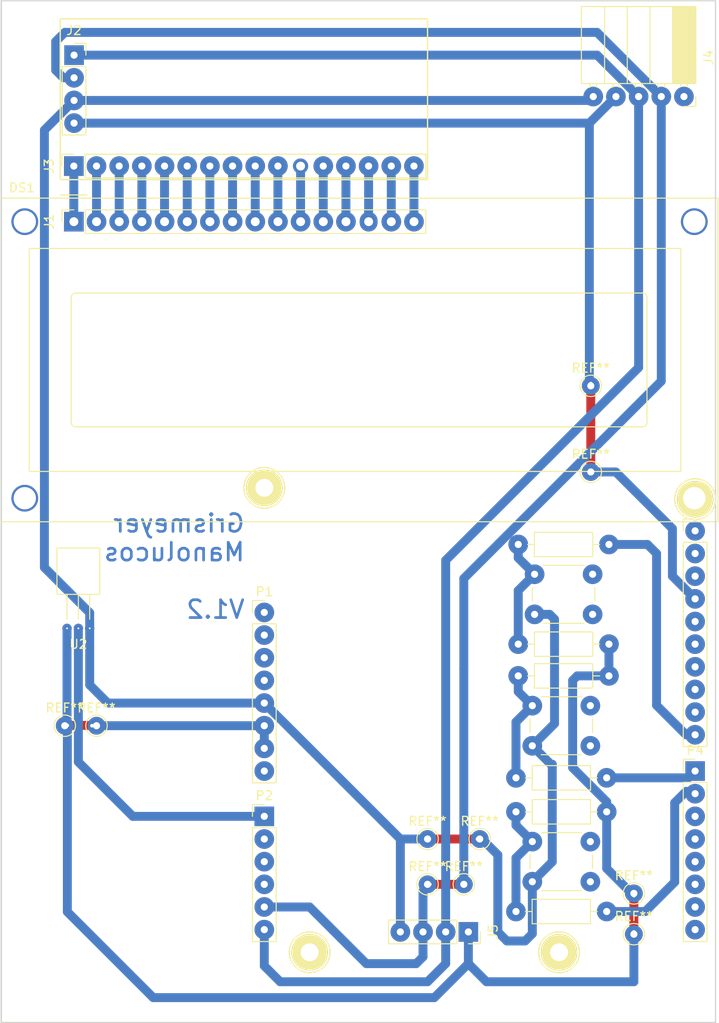
<source format=kicad_pcb>
(kicad_pcb (version 20211014) (generator pcbnew)
  (title_block (date "lun. 30 mars 2015"))
  (layers (0 "F.Cu" signal) (31 "B.Cu" signal) (34 "B.Paste" user) (35 "F.Paste" user) (36 "B.SilkS" user "B.Silkscreen") (37 "F.SilkS" user "F.Silkscreen") (38 "B.Mask" user) (39 "F.Mask" user) (44 "Edge.Cuts" user))
  (net 0 "")
  (net 1 "/IOREF")
  (net 2 "/Reset")
  (net 3 "+5V")
  (net 4 "GND")
  (net 5 "/Vin")
  (net 6 "/A0")
  (net 7 "/A1")
  (net 8 "/A2")
  (net 9 "/A3")
  (net 10 "/AREF")
  (net 11 "/A4(SDA)")
  (net 12 "/A5(SCL)")
  (net 13 "/9(**)")
  (net 14 "/8")
  (net 15 "/7")
  (net 16 "/6(**)")
  (net 17 "/5(**)")
  (net 18 "/4")
  (net 19 "/3(**)")
  (net 20 "/2")
  (net 21 "/1(Tx)")
  (net 22 "/0(Rx)")
  (net 24 "/11(**{slash}MOSI)")
  (net 25 "/10(**{slash}SS)")
  (net 26 "/13(SCK)")
  (net 29 "+3V3")
  (net 30 "/12(MISO)")
  (net 33 "Net-(DS1-Pad1)")
  (net 34 "Net-(DS1-Pad2)")
  (net 35 "Net-(DS1-Pad3)")
  (net 36 "Net-(DS1-Pad4)")
  (net 37 "Net-(DS1-Pad5)")
  (net 38 "Net-(DS1-Pad6)")
  (net 40 "Net-(DS1-Pad7)")
  (net 41 "Net-(DS1-Pad8)")
  (net 42 "Net-(DS1-Pad9)")
  (net 43 "Net-(DS1-Pad10)")
  (net 44 "Net-(DS1-Pad11)")
  (net 45 "Net-(DS1-Pad12)")
  (net 46 "Net-(DS1-Pad13)")
  (net 47 "Net-(DS1-Pad14)")
  (net 48 "Net-(DS1-Pad15)")
  (net 49 "Net-(DS1-Pad16)")
  (net 50 "Net-(R1-Pad2)")
  (net 51 "Net-(R2-Pad2)")
  (net 52 "Net-(R5-Pad2)")
  (footprint "Connector_PinHeader_2.54mm:PinHeader_1x08_P2.54mm_Vertical" (layer "F.Cu") (at 113.792 126.111)
    (fp_text reference "P1" (at 0 -2.33) (layer "F.SilkS"))
    (fp_text value "Power")
    (fp_line (start -1.33 1.27) (end -1.33 19.11) (layer "F.SilkS") (width 0.12))
    (fp_line (start 1.33 1.27) (end 1.33 19.11) (layer "F.SilkS") (width 0.12))
    (fp_line (start -1.33 0) (end -1.33 -1.33) (layer "F.SilkS") (width 0.12))
    (fp_line (start -1.33 19.11) (end 1.33 19.11) (layer "F.SilkS") (width 0.12))
    (fp_line (start -1.33 1.27) (end 1.33 1.27) (layer "F.SilkS") (width 0.12))
    (fp_line (start -1.33 -1.33) (end 0 -1.33) (layer "F.SilkS") (width 0.12))
    (pad "1" thru_hole circle locked (at 0 0) (size 2.2 2.2) (drill 0.8) (layers *.Cu *.Mask))
    (pad "2" thru_hole circle locked (at 0 2.54) (size 2.2 2.2) (drill 0.8) (layers *.Cu *.Mask) (net 1 "/IOREF"))
    (pad "3" thru_hole circle locked (at 0 5.08) (size 2.2 2.2) (drill 0.8) (layers *.Cu *.Mask) (net 2 "/Reset"))
    (pad "4" thru_hole circle locked (at 0 7.62) (size 2.2 2.2) (drill 0.8) (layers *.Cu *.Mask) (net 29 "+3V3"))
    (pad "5" thru_hole circle locked (at 0 10.16) (size 2.2 2.2) (drill 0.8) (layers *.Cu *.Mask) (net 3 "+5V"))
    (pad "6" thru_hole circle locked (at 0 12.7) (size 2.2 2.2) (drill 0.8) (layers *.Cu *.Mask) (net 4 "GND"))
    (pad "7" thru_hole circle locked (at 0 15.24) (size 2.2 2.2) (drill 0.8) (layers *.Cu *.Mask) (net 4 "GND"))
    (pad "8" thru_hole circle locked (at 0 17.78) (size 2.2 2.2) (drill 0.8) (layers *.Cu *.Mask) (net 5 "/Vin"))
  )
  (footprint "Connector_PinHeader_2.54mm:PinHeader_1x06_P2.54mm_Vertical" (layer "F.Cu") (at 113.792 148.971)
    (fp_text reference "P2" (at 0 -2.33) (layer "F.SilkS"))
    (fp_text value "Analog")
    (fp_line (start -1.33 0) (end -1.33 -1.33) (layer "F.SilkS") (width 0.12))
    (fp_line (start -1.33 -1.33) (end 0 -1.33) (layer "F.SilkS") (width 0.12))
    (fp_line (start -1.33 1.27) (end -1.33 14.03) (layer "F.SilkS") (width 0.12))
    (fp_line (start -1.33 1.27) (end 1.33 1.27) (layer "F.SilkS") (width 0.12))
    (fp_line (start 1.33 1.27) (end 1.33 14.03) (layer "F.SilkS") (width 0.12))
    (fp_line (start -1.33 14.03) (end 1.33 14.03) (layer "F.SilkS") (width 0.12))
    (pad "1" thru_hole rect locked (at 0 0) (size 2.2 2.2) (drill 0.8) (layers *.Cu *.Mask) (net 6 "/A0"))
    (pad "2" thru_hole circle locked (at 0 2.54) (size 2.2 2.2) (drill 0.8) (layers *.Cu *.Mask) (net 7 "/A1"))
    (pad "3" thru_hole circle locked (at 0 5.08) (size 2.2 2.2) (drill 0.8) (layers *.Cu *.Mask) (net 8 "/A2"))
    (pad "4" thru_hole circle locked (at 0 7.62) (size 2.2 2.2) (drill 0.8) (layers *.Cu *.Mask) (net 9 "/A3"))
    (pad "5" thru_hole circle locked (at 0 10.16) (size 2.2 2.2) (drill 0.8) (layers *.Cu *.Mask) (net 11 "/A4(SDA)"))
    (pad "6" thru_hole circle locked (at 0 12.7) (size 2.2 2.2) (drill 0.8) (layers *.Cu *.Mask) (net 12 "/A5(SCL)"))
  )
  (footprint "Connector_PinHeader_2.54mm:PinHeader_1x10_P2.54mm_Vertical" (layer "F.Cu") (at 162.052 116.967)
    (fp_text reference "P3" (at 0 -2.33) (layer "F.SilkS"))
    (fp_text value "Digital")
    (fp_line (start -1.33 0) (end -1.33 -1.33) (layer "F.SilkS") (width 0.12))
    (fp_line (start 1.33 1.27) (end 1.33 24.19) (layer "F.SilkS") (width 0.12))
    (fp_line (start -1.33 1.27) (end 1.33 1.27) (layer "F.SilkS") (width 0.12))
    (fp_line (start -1.33 1.27) (end -1.33 24.19) (layer "F.SilkS") (width 0.12))
    (fp_line (start -1.33 24.19) (end 1.33 24.19) (layer "F.SilkS") (width 0.12))
    (fp_line (start -1.33 -1.33) (end 0 -1.33) (layer "F.SilkS") (width 0.12))
    (pad "1" thru_hole circle locked (at 0 0) (size 2.2 2.2) (drill 0.8) (layers *.Cu *.Mask) (net 12 "/A5(SCL)"))
    (pad "2" thru_hole circle locked (at 0 2.54) (size 2.2 2.2) (drill 0.8) (layers *.Cu *.Mask) (net 11 "/A4(SDA)"))
    (pad "3" thru_hole circle locked (at 0 5.08) (size 2.2 2.2) (drill 0.8) (layers *.Cu *.Mask) (net 10 "/AREF"))
    (pad "4" thru_hole circle locked (at 0 7.62) (size 2.2 2.2) (drill 0.8) (layers *.Cu *.Mask) (net 4 "GND"))
    (pad "5" thru_hole circle locked (at 0 10.16) (size 2.2 2.2) (drill 0.8) (layers *.Cu *.Mask) (net 26 "/13(SCK)"))
    (pad "6" thru_hole circle locked (at 0 12.7) (size 2.2 2.2) (drill 0.8) (layers *.Cu *.Mask) (net 30 "/12(MISO)"))
    (pad "7" thru_hole oval locked (at 0 15.24) (size 2.2 2.2) (drill 0.8) (layers *.Cu *.Mask) (net 24 "/11(**{slash}MOSI)"))
    (pad "8" thru_hole oval locked (at 0 17.78) (size 2.2 2.2) (drill 0.8) (layers *.Cu *.Mask) (net 25 "/10(**{slash}SS)"))
    (pad "9" thru_hole oval locked (at 0 20.32) (size 2.2 2.2) (drill 0.8) (layers *.Cu *.Mask) (net 13 "/9(**)"))
    (pad "10" thru_hole oval locked (at 0 22.86) (size 2.2 2.2) (drill 0.8) (layers *.Cu *.Mask) (net 14 "/8"))
  )
  (footprint "Connector_PinHeader_2.54mm:PinHeader_1x08_P2.54mm_Vertical" (layer "F.Cu") (at 162.052 143.891)
    (fp_text reference "P4" (at 0 -2.33) (layer "F.SilkS"))
    (fp_text value "Digital")
    (fp_line (start -1.33 19.11) (end 1.33 19.11) (layer "F.SilkS") (width 0.12))
    (fp_line (start -1.33 1.27) (end 1.33 1.27) (layer "F.SilkS") (width 0.12))
    (fp_line (start -1.33 1.27) (end -1.33 19.11) (layer "F.SilkS") (width 0.12))
    (fp_line (start -1.33 0) (end -1.33 -1.33) (layer "F.SilkS") (width 0.12))
    (fp_line (start 1.33 1.27) (end 1.33 19.11) (layer "F.SilkS") (width 0.12))
    (fp_line (start -1.33 -1.33) (end 0 -1.33) (layer "F.SilkS") (width 0.12))
    (pad "1" thru_hole rect locked (at 0 0) (size 2.2 2.2) (drill 0.8) (layers *.Cu *.Mask) (net 15 "/7"))
    (pad "2" thru_hole circle locked (at 0 2.54) (size 2.2 2.2) (drill 0.8) (layers *.Cu *.Mask) (net 16 "/6(**)"))
    (pad "3" thru_hole oval locked (at 0 5.08) (size 2.2 2.2) (drill 0.8) (layers *.Cu *.Mask) (net 17 "/5(**)"))
    (pad "4" thru_hole oval locked (at 0 7.62) (size 2.2 2.2) (drill 0.8) (layers *.Cu *.Mask) (net 18 "/4"))
    (pad "5" thru_hole oval locked (at 0 10.16) (size 2.2 2.2) (drill 0.8) (layers *.Cu *.Mask) (net 19 "/3(**)"))
    (pad "6" thru_hole circle locked (at 0 12.7) (size 2.2 2.2) (drill 0.8) (layers *.Cu *.Mask) (net 20 "/2"))
    (pad "7" thru_hole circle locked (at 0 15.24) (size 2.2 2.2) (drill 0.8) (layers *.Cu *.Mask) (net 21 "/1(Tx)"))
    (pad "8" thru_hole circle locked (at 0 17.78) (size 2.2 2.2) (drill 0.8) (layers *.Cu *.Mask) (net 22 "/0(Rx)"))
  )
  (footprint "Socket_Arduino_Uno:Arduino_1pin" (layer "F.Cu") (at 113.792 112.141 -90)
    (fp_text reference "P5" hide)
    (fp_text value "CONN_01X01" hide)
    (fp_circle (center 0 0) (end 0 -2.286) (layer "F.SilkS") (width 0.15) (fill none))
    (pad "1" thru_hole circle locked (at 0 0 270) (size 4.064 4.064) (drill 2) (layers *.Cu *.Mask "F.SilkS"))
  )
  (footprint "Socket_Arduino_Uno:Arduino_1pin" (layer "F.Cu") (at 118.872 164.211 -90)
    (fp_text reference "P6" hide)
    (fp_text value "CONN_01X01" hide)
    (fp_circle (center 0 0) (end 0 -2.286) (layer "F.SilkS") (width 0.15) (fill none))
    (pad "1" thru_hole circle locked (at 0 0 270) (size 4.064 4.064) (drill 2) (layers *.Cu *.Mask "F.SilkS"))
  )
  (footprint "Socket_Arduino_Uno:Arduino_1pin" (layer "F.Cu") (at 162.052 113.411 -90)
    (fp_text reference "P7" hide)
    (fp_text value "CONN_01X01" hide)
    (fp_circle (center 0 0) (end 0 -2.286) (layer "F.SilkS") (width 0.15) (fill none))
    (pad "1" thru_hole circle locked (at 0 0 270) (size 4.064 4.064) (drill 2) (layers *.Cu *.Mask "F.SilkS"))
  )
  (footprint "Socket_Arduino_Uno:Arduino_1pin" (layer "F.Cu") (at 146.812 164.211 -90)
    (fp_text reference "P8" hide)
    (fp_text value "CONN_01X01" hide)
    (fp_circle (center 0 0) (end 0 -2.286) (layer "F.SilkS") (width 0.15) (fill none))
    (pad "1" thru_hole circle locked (at 0 0 270) (size 4.064 4.064) (drill 2) (layers *.Cu *.Mask "F.SilkS"))
  )
  (footprint "Resistor_THT:R_Axial_DIN0207_L6.3mm_D2.5mm_P10.16mm_Horizontal" (layer "F.Cu") (at 152.146 148.463 180)
    (fp_text reference "R6" hide)
    (fp_text value "10k" hide)
    (fp_line (start 1.81 1.37) (end 8.35 1.37) (layer "F.SilkS") (width 0.12))
    (fp_line (start 1.04 0) (end 1.81 0) (layer "F.SilkS") (width 0.12))
    (fp_line (start 8.35 -1.37) (end 1.81 -1.37) (layer "F.SilkS") (width 0.12))
    (fp_line (start 1.81 -1.37) (end 1.81 1.37) (layer "F.SilkS") (width 0.12))
    (fp_line (start 9.12 0) (end 8.35 0) (layer "F.SilkS") (width 0.12))
    (fp_line (start 8.35 1.37) (end 8.35 -1.37) (layer "F.SilkS") (width 0.12))
    (pad "1" thru_hole circle (at 0 0 180) (size 2.2 2.2) (drill 0.8) (layers *.Cu *.Mask) (net 4 "GND"))
    (pad "2" thru_hole circle (at 10.16 0 180) (size 2.2 2.2) (drill 0.8) (layers *.Cu *.Mask) (net 52 "Net-(R5-Pad2)"))
  )
  (footprint "Package_TO_SOT_THT:TO-92_Inline_Horizontal1" (layer "F.Cu") (at 94.234 127.895 180)
    (fp_text reference "U2" (at 1.27 -1.78) (layer "F.SilkS"))
    (fp_text value "LM35-LP")
    (fp_line (start 0 1.02) (end 0 3.81) (layer "F.SilkS") (width 0.12))
    (fp_line (start -1.13 3.81) (end 3.67 3.81) (layer "F.SilkS") (width 0.12))
    (fp_line (start 2.54 1.02) (end 2.54 3.81) (layer "F.SilkS") (width 0.12))
    (fp_line (start 3.67 9) (end -1.13 9) (layer "F.SilkS") (width 0.12))
    (fp_line (start 1.27 1.02) (end 1.27 3.81) (layer "F.SilkS") (width 0.12))
    (fp_line (start 3.67 3.81) (end 3.67 9) (layer "F.SilkS") (width 0.12))
    (fp_line (start -1.13 9) (end -1.13 3.81) (layer "F.SilkS") (width 0.12))
    (pad "1" thru_hole circle (at 0 0 180) (size 1.05 1.05) (drill 0.2) (layers *.Cu *.Mask) (net 3 "+5V"))
    (pad "2" thru_hole circle (at 1.27 0 180) (size 1.05 1.05) (drill 0.2) (layers *.Cu *.Mask) (net 6 "/A0"))
    (pad "3" thru_hole circle (at 2.54 0 180) (size 1.05 1.05) (drill 0.2) (layers *.Cu *.Mask) (net 4 "GND"))
  )
  (footprint "TestPoint:TestPoint_THTPad_D2.0mm_Drill1.0mm" (layer "F.Cu") (at 137.922 151.511)
    (fp_text reference "REF**" (at 0 -1.998) (layer "F.SilkS"))
    (fp_text value "TestPoint_THTPad_D2.0mm_Drill1.0mm" hide)
    (fp_circle (center 0 0) (end 0 1.2) (layer "F.SilkS") (width 0.12) (fill none))
    (pad "1" thru_hole circle (at 0 0) (size 2 2) (drill 0.8) (layers *.Cu *.Mask))
  )
  (footprint "Resistor_THT:R_Axial_DIN0207_L6.3mm_D2.5mm_P10.16mm_Horizontal" (layer "F.Cu") (at 152.4 118.491 180)
    (fp_text reference "R1" hide)
    (fp_text value "220" hide)
    (fp_line (start 8.35 -1.37) (end 1.81 -1.37) (layer "F.SilkS") (width 0.12))
    (fp_line (start 8.35 1.37) (end 8.35 -1.37) (layer "F.SilkS") (width 0.12))
    (fp_line (start 9.12 0) (end 8.35 0) (layer "F.SilkS") (width 0.12))
    (fp_line (start 1.04 0) (end 1.81 0) (layer "F.SilkS") (width 0.12))
    (fp_line (start 1.81 -1.37) (end 1.81 1.37) (layer "F.SilkS") (width 0.12))
    (fp_line (start 1.81 1.37) (end 8.35 1.37) (layer "F.SilkS") (width 0.12))
    (pad "1" thru_hole circle (at 0 0 180) (size 2.2 2.2) (drill 0.8) (layers *.Cu *.Mask) (net 14 "/8"))
    (pad "2" thru_hole oval (at 10.16 0 180) (size 2.2 2.2) (drill 0.8) (layers *.Cu *.Mask) (net 50 "Net-(R1-Pad2)"))
  )
  (footprint "TestPoint:TestPoint_THTPad_D2.0mm_Drill1.0mm" (layer "F.Cu") (at 150.368 100.711)
    (fp_text reference "REF**" (at 0 -1.998) (layer "F.SilkS"))
    (fp_text value "TestPoint_THTPad_D2.0mm_Drill1.0mm" hide)
    (fp_circle (center 0 0) (end 0 1.2) (layer "F.SilkS") (width 0.12) (fill none))
    (pad "1" thru_hole circle (at 0 0) (size 2 2) (drill 0.8) (layers *.Cu *.Mask))
  )
  (footprint "Button_Switch_THT:SW_PUSH_6mm" (layer "F.Cu") (at 143.816 151.801)
    (fp_text reference "SW3" hide)
    (fp_text value "SW_Push" hide)
    (fp_line (start -0.25 1.5) (end -0.25 3) (layer "F.SilkS") (width 0.12))
    (fp_line (start 1 5.5) (end 5.5 5.5) (layer "F.SilkS") (width 0.12))
    (fp_line (start 6.75 3) (end 6.75 1.5) (layer "F.SilkS") (width 0.12))
    (fp_line (start 5.5 -1) (end 1 -1) (layer "F.SilkS") (width 0.12))
    (pad "1" thru_hole circle (at 0 0 90) (size 2.2 2.2) (drill 0.8) (layers *.Cu *.Mask) (net 52 "Net-(R5-Pad2)"))
    (pad "1" thru_hole circle (at 6.5 0 90) (size 2.2 2.2) (drill 0.8) (layers *.Cu *.Mask) (net 52 "Net-(R5-Pad2)"))
    (pad "2" thru_hole circle (at 6.5 4.5 90) (size 2.2 2.2) (drill 0.8) (layers *.Cu *.Mask) (net 3 "+5V"))
    (pad "2" thru_hole circle (at 0 4.5 90) (size 2.2 2.2) (drill 0.8) (layers *.Cu *.Mask) (net 3 "+5V"))
  )
  (footprint "TestPoint:TestPoint_THTPad_D2.0mm_Drill1.0mm" (layer "F.Cu") (at 150.368 110.363)
    (fp_text reference "REF**" (at 0 -1.998) (layer "F.SilkS"))
    (fp_text value "TestPoint_THTPad_D2.0mm_Drill1.0mm" hide)
    (fp_circle (center 0 0) (end 0 1.2) (layer "F.SilkS") (width 0.12) (fill none))
    (pad "1" thru_hole circle (at 0 0) (size 2 2) (drill 0.8) (layers *.Cu *.Mask))
  )
  (footprint "Resistor_THT:R_Axial_DIN0207_L6.3mm_D2.5mm_P10.16mm_Horizontal" (layer "F.Cu") (at 152.4 129.667 180)
    (fp_text reference "R3" hide)
    (fp_text value "10k" hide)
    (fp_line (start 8.35 -1.37) (end 1.81 -1.37) (layer "F.SilkS") (width 0.12))
    (fp_line (start 1.81 1.37) (end 8.35 1.37) (layer "F.SilkS") (width 0.12))
    (fp_line (start 1.81 -1.37) (end 1.81 1.37) (layer "F.SilkS") (width 0.12))
    (fp_line (start 1.04 0) (end 1.81 0) (layer "F.SilkS") (width 0.12))
    (fp_line (start 9.12 0) (end 8.35 0) (layer "F.SilkS") (width 0.12))
    (fp_line (start 8.35 1.37) (end 8.35 -1.37) (layer "F.SilkS") (width 0.12))
    (pad "1" thru_hole circle (at 0 0 180) (size 2.2 2.2) (drill 0.8) (layers *.Cu *.Mask) (net 4 "GND"))
    (pad "2" thru_hole circle (at 10.16 0 180) (size 2.2 2.2) (drill 0.8) (layers *.Cu *.Mask) (net 50 "Net-(R1-Pad2)"))
  )
  (footprint "Resistor_THT:R_Axial_DIN0207_L6.3mm_D2.5mm_P10.16mm_Horizontal" (layer "F.Cu") (at 152.146 144.653 180)
    (fp_text reference "R2" hide)
    (fp_text value "220" hide)
    (fp_line (start 1.04 0) (end 1.81 0) (layer "F.SilkS") (width 0.12))
    (fp_line (start 1.81 -1.37) (end 1.81 1.37) (layer "F.SilkS") (width 0.12))
    (fp_line (start 1.81 1.37) (end 8.35 1.37) (layer "F.SilkS") (width 0.12))
    (fp_line (start 9.12 0) (end 8.35 0) (layer "F.SilkS") (width 0.12))
    (fp_line (start 8.35 1.37) (end 8.35 -1.37) (layer "F.SilkS") (width 0.12))
    (fp_line (start 8.35 -1.37) (end 1.81 -1.37) (layer "F.SilkS") (width 0.12))
    (pad "1" thru_hole circle (at 0 0 180) (size 2.2 2.2) (drill 0.8) (layers *.Cu *.Mask) (net 15 "/7"))
    (pad "2" thru_hole circle (at 10.16 0 180) (size 2.2 2.2) (drill 0.8) (layers *.Cu *.Mask) (net 51 "Net-(R2-Pad2)"))
  )
  (footprint "TestPoint:TestPoint_THTPad_D2.0mm_Drill1.0mm" (layer "F.Cu") (at 155.194 157.607)
    (fp_text reference "REF**" (at 0 -1.998) (layer "F.SilkS"))
    (fp_text value "TestPoint_THTPad_D2.0mm_Drill1.0mm" hide)
    (fp_circle (center 0 0) (end 0 1.2) (layer "F.SilkS") (width 0.12) (fill none))
    (pad "1" thru_hole circle (at 0 0) (size 2 2) (drill 0.8) (layers *.Cu *.Mask))
  )
  (footprint "TestPoint:TestPoint_THTPad_D2.0mm_Drill1.0mm" (layer "F.Cu") (at 132.08 151.511)
    (fp_text reference "REF**" (at 0 -1.998) (layer "F.SilkS"))
    (fp_text value "TestPoint_THTPad_D2.0mm_Drill1.0mm" hide)
    (fp_circle (center 0 0) (end 0 1.2) (layer "F.SilkS") (width 0.12) (fill none))
    (pad "1" thru_hole circle (at 0 0) (size 2 2) (drill 0.8) (layers *.Cu *.Mask))
  )
  (footprint "Display:WC1602A" (layer "F.Cu") (at 92.46 82.3055)
    (fp_text reference "DS1" (at -5.82 -3.81) (layer "F.SilkS"))
    (fp_text value "WC1602A")
    (fp_line (start -0.29972 22.49932) (end -0.29972 8.5) (layer "F.SilkS") (width 0.12))
    (fp_line (start -8.13 -2.64) (end -7.34 -2.64) (layer "F.SilkS") (width 0.12))
    (fp_line (start 0.2 8) (end 63.7 8) (layer "F.SilkS") (width 0.12))
    (fp_line (start -8.14 33.64) (end 72.14 33.64) (layer "F.SilkS") (width 0.12))
    (fp_line (start 63.70066 23) (end 0.2 23) (layer "F.SilkS") (width 0.12))
    (fp_line (start -5 3) (end 68 3) (layer "F.SilkS") (width 0.12))
    (fp_line (start 72.14 -2.64) (end -7.34 -2.64) (layer "F.SilkS") (width 0.12))
    (fp_line (start 68 3) (end 68 28) (layer "F.SilkS") (width 0.12))
    (fp_line (start -1.5 -3) (end 1.5 -3) (layer "F.SilkS") (width 0.12))
    (fp_line (start 72.14 33.64) (end 72.14 -2.64) (layer "F.SilkS") (width 0.12))
    (fp_line (start -5 28) (end -5 3) (layer "F.SilkS") (width 0.12))
    (fp_line (start 68 28) (end -5 28) (layer "F.SilkS") (width 0.12))
    (fp_line (start 64.2 8.5) (end 64.2 22.5) (layer "F.SilkS") (width 0.12))
    (fp_line (start -8.14 -2.64) (end -8.14 33.64) (layer "F.SilkS") (width 0.12))
    (fp_arc (start 0.20066 22.9997) (mid -0.153162 22.853142) (end -0.29972 22.49932) (layer "F.SilkS") (width 0.12))
    (fp_arc (start 64.20104 22.49932) (mid 64.054482 22.853142) (end 63.70066 22.9997) (layer "F.SilkS") (width 0.12))
    (fp_arc (start 63.7 8) (mid 64.053553 8.146447) (end 64.2 8.5) (layer "F.SilkS") (width 0.12))
    (fp_arc (start -0.29972 8.49884) (mid -0.153162 8.145018) (end 0.20066 7.99846) (layer "F.SilkS") (width 0.12))
    (pad "" thru_hole circle (at 69.5 0) (size 3 3) (drill 2.5) (layers *.Cu *.Mask))
    (pad "" thru_hole circle (at -5.4991 31.0007) (size 3 3) (drill 2.5) (layers *.Cu *.Mask))
    (pad "" thru_hole circle (at 69.49948 31.0007) (size 3 3) (drill 2.5) (layers *.Cu *.Mask))
    (pad "" thru_hole circle (at -5.4991 0) (size 3 3) (drill 2.5) (layers *.Cu *.Mask))
    (pad "1" thru_hole rect (at 0 0) (size 2.2 2.2) (drill 0.8) (layers *.Cu *.Mask) (net 33 "Net-(DS1-Pad1)"))
    (pad "2" thru_hole oval (at 2.54 0) (size 2.2 2.2) (drill 0.8) (layers *.Cu *.Mask) (net 34 "Net-(DS1-Pad2)"))
    (pad "3" thru_hole oval (at 5.08 0) (size 2.2 2.2) (drill 0.8) (layers *.Cu *.Mask) (net 35 "Net-(DS1-Pad3)"))
    (pad "4" thru_hole oval (at 7.62 0) (size 2.2 2.2) (drill 0.8) (layers *.Cu *.Mask) (net 36 "Net-(DS1-Pad4)"))
    (pad "5" thru_hole oval (at 10.16 0) (size 2.2 2.2) (drill 0.8) (layers *.Cu *.Mask) (net 37 "Net-(DS1-Pad5)"))
    (pad "6" thru_hole oval (at 12.7 0) (size 2.2 2.2) (drill 0.8) (layers *.Cu *.Mask) (net 38 "Net-(DS1-Pad6)"))
    (pad "7" thru_hole oval (at 15.24 0) (size 2.2 2.2) (drill 0.8) (layers *.Cu *.Mask) (net 40 "Net-(DS1-Pad7)"))
    (pad "8" thru_hole oval (at 17.78 0) (size 2.2 2.2) (drill 0.8) (layers *.Cu *.Mask) (net 41 "Net-(DS1-Pad8)"))
    (pad "9" thru_hole oval (at 20.32 0) (size 2.2 2.2) (drill 0.8) (layers *.Cu *.Mask) (net 42 "Net-(DS1-Pad9)"))
    (pad "10" thru_hole oval (at 22.86 0) (size 2.2 2.2) (drill 0.8) (layers *.Cu *.Mask) (net 43 "Net-(DS1-Pad10)"))
    (pad "11" thru_hole oval (at 25.4 0) (size 2.2 2.2) (drill 0.8) (layers *.Cu *.Mask) (net 44 "Net-(DS1-Pad11)"))
    (pad "12" thru_hole oval (at 27.94 0) (size 2.2 2.2) (drill 0.8) (layers *.Cu *.Mask) (net 45 "Net-(DS1-Pad12)"))
    (pad "13" thru_hole oval (at 30.48 0) (size 2.2 2.2) (drill 0.8) (layers *.Cu *.Mask) (net 46 "Net-(DS1-Pad13)"))
    (pad "14" thru_hole oval (at 33.02 0) (size 2 2.2) (drill 0.8) (layers *.Cu *.Mask) (net 47 "Net-(DS1-Pad14)"))
    (pad "15" thru_hole oval (at 35.56 0) (size 2.2 2.2) (drill 0.8) (layers *.Cu *.Mask) (net 48 "Net-(DS1-Pad15)"))
    (pad "16" thru_hole oval (at 38.1 0) (size 2.2 2.2) (drill 0.8) (layers *.Cu *.Mask) (net 49 "Net-(DS1-Pad16)"))
  )
  (footprint "TestPoint:TestPoint_THTPad_D2.0mm_Drill1.0mm" (layer "F.Cu") (at 155.194 162.179)
    (fp_text reference "REF**" (at 0 -1.998) (layer "F.SilkS"))
    (fp_text value "TestPoint_THTPad_D2.0mm_Drill1.0mm" hide)
    (fp_circle (center 0 0) (end 0 1.2) (layer "F.SilkS") (width 0.12) (fill none))
    (pad "1" thru_hole circle (at 0 0) (size 2 2) (drill 0.8) (layers *.Cu *.Mask))
  )
  (footprint "TestPoint:TestPoint_THTPad_D2.0mm_Drill1.0mm" (layer "F.Cu") (at 136.144 156.591)
    (fp_text reference "REF**" (at 0 -1.998) (layer "F.SilkS"))
    (fp_text value "TestPoint_THTPad_D2.0mm_Drill1.0mm" hide)
    (fp_circle (center 0 0) (end 0 1.2) (layer "F.SilkS") (width 0.12) (fill none))
    (pad "1" thru_hole circle (at 0 0) (size 2 2) (drill 0.8) (layers *.Cu *.Mask))
  )
  (footprint "Connector_PinSocket_2.54mm:PinSocket_1x04_P2.54mm_Vertical" (layer "F.Cu") (at 92.481 63.637)
    (fp_text reference "J2" (at 0 -2.77) (layer "F.SilkS"))
    (fp_text value "I2C_Conn")
    (fp_line (start 1.33 -1.33) (end 1.33 0) (layer "F.SilkS") (width 0.12))
    (fp_line (start 0 -1.33) (end 1.33 -1.33) (layer "F.SilkS") (width 0.12))
    (fp_line (start -1.33 8.95) (end 1.33 8.95) (layer "F.SilkS") (width 0.12))
    (fp_line (start 1.33 1.27) (end 1.33 8.95) (layer "F.SilkS") (width 0.12))
    (fp_line (start -1.33 1.27) (end 1.33 1.27) (layer "F.SilkS") (width 0.12))
    (fp_line (start -1.33 1.27) (end -1.33 8.95) (layer "F.SilkS") (width 0.12))
    (pad "1" thru_hole rect (at 0 0) (size 2.2 2.2) (drill 0.8) (layers *.Cu *.Mask) (net 12 "/A5(SCL)"))
    (pad "2" thru_hole circle (at 0 2.54) (size 2.2 2.2) (drill 0.8) (layers *.Cu *.Mask) (net 11 "/A4(SDA)"))
    (pad "3" thru_hole circle (at 0 5.08) (size 2.2 2.2) (drill 0.8) (layers *.Cu *.Mask) (net 3 "+5V"))
    (pad "4" thru_hole circle (at 0 7.62) (size 2.2 2.2) (drill 0.8) (layers *.Cu *.Mask) (net 4 "GND"))
  )
  (footprint "Button_Switch_THT:SW_PUSH_6mm" (layer "F.Cu") (at 143.816 136.561)
    (fp_text reference "SW2" hide)
    (fp_text value "SW_Push" hide)
    (fp_line (start -0.25 1.5) (end -0.25 3) (layer "F.SilkS") (width 0.12))
    (fp_line (start 1 5.5) (end 5.5 5.5) (layer "F.SilkS") (width 0.12))
    (fp_line (start 5.5 -1) (end 1 -1) (layer "F.SilkS") (width 0.12))
    (fp_line (start 6.75 3) (end 6.75 1.5) (layer "F.SilkS") (width 0.12))
    (pad "1" thru_hole circle (at 0 0 90) (size 2.2 2.2) (drill 0.8) (layers *.Cu *.Mask) (net 51 "Net-(R2-Pad2)"))
    (pad "1" thru_hole circle (at 6.5 0 90) (size 2.2 2.2) (drill 0.8) (layers *.Cu *.Mask) (net 51 "Net-(R2-Pad2)"))
    (pad "2" thru_hole circle (at 0 4.5 90) (size 2.2 2.2) (drill 0.8) (layers *.Cu *.Mask) (net 3 "+5V"))
    (pad "2" thru_hole circle (at 6.5 4.5 90) (size 2.2 2.2) (drill 0.8) (layers *.Cu *.Mask) (net 3 "+5V"))
  )
  (footprint "TestPoint:TestPoint_THTPad_D2.0mm_Drill1.0mm" (layer "F.Cu") (at 94.996 138.811)
    (fp_text reference "REF**" (at 0 -1.998) (layer "F.SilkS"))
    (fp_text value "TestPoint_THTPad_D2.0mm_Drill1.0mm" hide)
    (fp_circle (center 0 0) (end 0 1.2) (layer "F.SilkS") (width 0.12) (fill none))
    (pad "1" thru_hole circle (at 0 0) (size 2 2) (drill 0.8) (layers *.Cu *.Mask))
  )
  (footprint "Resistor_THT:R_Axial_DIN0207_L6.3mm_D2.5mm_P10.16mm_Horizontal" (layer "F.Cu") (at 152.146 159.639 180)
    (fp_text reference "R5" hide)
    (fp_text value "220" hide)
    (fp_line (start 9.12 0) (end 8.35 0) (layer "F.SilkS") (width 0.12))
    (fp_line (start 1.81 1.37) (end 8.35 1.37) (layer "F.SilkS") (width 0.12))
    (fp_line (start 8.35 -1.37) (end 1.81 -1.37) (layer "F.SilkS") (width 0.12))
    (fp_line (start 1.81 -1.37) (end 1.81 1.37) (layer "F.SilkS") (width 0.12))
    (fp_line (start 8.35 1.37) (end 8.35 -1.37) (layer "F.SilkS") (width 0.12))
    (fp_line (start 1.04 0) (end 1.81 0) (layer "F.SilkS") (width 0.12))
    (pad "1" thru_hole circle (at 0 0 180) (size 2.2 2.2) (drill 0.8) (layers *.Cu *.Mask) (net 16 "/6(**)"))
    (pad "2" thru_hole oval (at 10.16 0 180) (size 2.2 2.2) (drill 0.8) (layers *.Cu *.Mask) (net 52 "Net-(R5-Pad2)"))
  )
  (footprint "TestPoint:TestPoint_THTPad_D2.0mm_Drill1.0mm" (layer "F.Cu") (at 132.08 156.591)
    (fp_text reference "REF**" (at 0 -1.998) (layer "F.SilkS"))
    (fp_text value "TestPoint_THTPad_D2.0mm_Drill1.0mm" hide)
    (fp_circle (center 0 0) (end 0 1.2) (layer "F.SilkS") (width 0.12) (fill none))
    (pad "1" thru_hole circle (at 0 0) (size 2 2) (drill 0.8) (layers *.Cu *.Mask))
  )
  (footprint "Button_Switch_THT:SW_PUSH_6mm" (layer "F.Cu") (at 144.07 121.829)
    (fp_text reference "SW1" hide)
    (fp_text value "SW_Push" hide)
    (fp_line (start -0.25 1.5) (end -0.25 3) (layer "F.SilkS") (width 0.12))
    (fp_line (start 1 5.5) (end 5.5 5.5) (layer "F.SilkS") (width 0.12))
    (fp_line (start 5.5 -1) (end 1 -1) (layer "F.SilkS") (width 0.12))
    (fp_line (start 6.75 3) (end 6.75 1.5) (layer "F.SilkS") (width 0.12))
    (pad "1" thru_hole circle (at 6.5 0 90) (size 2.2 2.2) (drill 0.8) (layers *.Cu *.Mask) (net 50 "Net-(R1-Pad2)"))
    (pad "1" thru_hole circle (at 0 0 90) (size 2.2 2.2) (drill 0.8) (layers *.Cu *.Mask) (net 50 "Net-(R1-Pad2)"))
    (pad "2" thru_hole circle (at 6.5 4.5 90) (size 2.2 2.2) (drill 0.8) (layers *.Cu *.Mask) (net 3 "+5V"))
    (pad "2" thru_hole circle (at 0 4.5 90) (size 2.2 2.2) (drill 0.8) (layers *.Cu *.Mask) (net 3 "+5V"))
  )
  (footprint "Connector_PinSocket_2.54mm:PinSocket_1x05_P2.54mm_Horizontal" (layer "F.Cu") (at 160.802 68.281 -90)
    (fp_text reference "J4" (at -4.38 -2.77 90) (layer "F.SilkS"))
    (fp_text value "BHT1750_Conn")
    (fp_line (start -10.09 -0.147145) (end -1.46 -0.147145) (layer "F.SilkS") (width 0.12))
    (fp_line (start -1.46 7.26) (end -1.05 7.26) (layer "F.SilkS") (width 0.12))
    (fp_line (start -10.09 -0.97381) (end -1.46 -0.97381) (layer "F.SilkS") (width 0.12))
    (fp_line (start -10.09 -0.73762) (end -1.46 -0.73762) (layer "F.SilkS") (width 0.12))
    (fp_line (start -1.46 2.9) (end -1.05 2.9) (layer "F.SilkS") (width 0.12))
    (fp_line (start -10.09 1.033805) (end -1.46 1.033805) (layer "F.SilkS") (width 0.12))
    (fp_line (start -10.09 3.81) (end -1.46 3.81) (layer "F.SilkS") (width 0.12))
    (fp_line (start -1.46 7.98) (end -1.05 7.98) (layer "F.SilkS") (width 0.12))
    (fp_line (start -10.09 -1.33) (end -10.09 11.49) (layer "F.SilkS") (width 0.12))
    (fp_line (start -10.09 1.27) (end -1.46 1.27) (layer "F.SilkS") (width 0.12))
    (fp_line (start -10.09 -1.091905) (end -1.46 -1.091905) (layer "F.SilkS") (width 0.12))
    (fp_line (start -10.09 -0.02905) (end -1.46 -0.02905) (layer "F.SilkS") (width 0.12))
    (fp_line (start -10.09 0.44333) (end -1.46 0.44333) (layer "F.SilkS") (width 0.12))
    (fp_line (start -1.46 2.18) (end -1.05 2.18) (layer "F.SilkS") (width 0.12))
    (fp_line (start -10.09 11.49) (end -1.46 11.49) (layer "F.SilkS") (width 0.12))
    (fp_line (start -10.09 -0.26524) (end -1.46 -0.26524) (layer "F.SilkS") (width 0.12))
    (fp_line (start -10.09 0.561425) (end -1.46 0.561425) (layer "F.SilkS") (width 0.12))
    (fp_line (start -10.09 6.35) (end -1.46 6.35) (layer "F.SilkS") (width 0.12))
    (fp_line (start -1.46 0.36) (end -1.11 0.36) (layer "F.SilkS") (width 0.12))
    (fp_line (start -10.09 0.91571) (end -1.46 0.91571) (layer "F.SilkS") (width 0.12))
    (fp_line (start -10.09 0.20714) (end -1.46 0.20714) (layer "F.SilkS") (width 0.12))
    (fp_line (start 0 -1.33) (end 1.11 -1.33) (layer "F.SilkS") (width 0.12))
    (fp_line (start -1.46 -1.33) (end -1.46 11.49) (layer "F.SilkS") (width 0.12))
    (fp_line (start 1.11 -1.33) (end 1.11 0) (layer "F.SilkS") (width 0.12))
    (fp_line (start -1.46 10.52) (end -1.05 10.52) (layer "F.SilkS") (width 0.12))
    (fp_line (start -10.09 -0.50143) (end -1.46 -0.50143) (layer "F.SilkS") (width 0.12))
    (fp_line (start -10.09 0.089045) (end -1.46 0.089045) (layer "F.SilkS") (width 0.12))
    (fp_line (start -10.09 8.89) (end -1.46 8.89) (layer "F.SilkS") (width 0.12))
    (fp_line (start -10.09 -0.383335) (end -1.46 -0.383335) (layer "F.SilkS") (width 0.12))
    (fp_line (start -10.09 -1.21) (end -1.46 -1.21) (layer "F.SilkS") (width 0.12))
    (fp_line (start -1.46 -0.36) (end -1.11 -0.36) (layer "F.SilkS") (width 0.12))
    (fp_line (start -1.46 9.8) (end -1.05 9.8) (layer "F.SilkS") (width 0.12))
    (fp_line (start -1.46 5.44) (end -1.05 5.44) (layer "F.SilkS") (width 0.12))
    (fp_line (start -10.09 1.1519) (end -1.46 1.1519) (layer "F.SilkS") (width 0.12))
    (fp_line (start -10.09 0.325235) (end -1.46 0.325235) (layer "F.SilkS") (width 0.12))
    (fp_line (start -10.09 -0.855715) (end -1.46 -0.855715) (layer "F.SilkS") (width 0.12))
    (fp_line (start -10.09 -1.33) (end -1.46 -1.33) (layer "F.SilkS") (width 0.12))
    (fp_line (start -10.09 0.797615) (end -1.46 0.797615) (layer "F.SilkS") (width 0.12))
    (fp_line (start -1.46 4.72) (end -1.05 4.72) (layer "F.SilkS") (width 0.12))
    (fp_line (start -10.09 -0.619525) (end -1.46 -0.619525) (layer "F.SilkS") (width 0.12))
    (fp_line (start -10.09 0.67952) (end -1.46 0.67952) (layer "F.SilkS") (width 0.12))
    (pad "1" thru_hole circle (at 0 0 270) (size 2.2 2.2) (drill 0.8) (layers *.Cu *.Mask))
    (pad "2" thru_hole circle (at 0 2.54 270) (size 2.2 2.2) (drill 0.8) (layers *.Cu *.Mask) (net 11 "/A4(SDA)"))
    (pad "3" thru_hole circle (at 0 5.08 270) (size 2.2 2.2) (drill 0.8) (layers *.Cu *.Mask) (net 12 "/A5(SCL)"))
    (pad "4" thru_hole circle (at 0 7.62 270) (size 2.2 2.2) (drill 0.8) (layers *.Cu *.Mask) (net 4 "GND"))
    (pad "5" thru_hole circle (at 0 10.16 270) (size 2.2 2.2) (drill 0.8) (layers *.Cu *.Mask) (net 3 "+5V"))
  )
  (footprint "TestPoint:TestPoint_THTPad_D2.0mm_Drill1.0mm" (layer "F.Cu") (at 91.44 138.811)
    (fp_text reference "REF**" (at 0 -1.998) (layer "F.SilkS"))
    (fp_text value "TestPoint_THTPad_D2.0mm_Drill1.0mm" hide)
    (fp_circle (center 0 0) (end 0 1.2) (layer "F.SilkS") (width 0.12) (fill none))
    (pad "1" thru_hole circle (at 0 0) (size 2 2) (drill 0.8) (layers *.Cu *.Mask))
  )
  (footprint "Connector_PinSocket_2.54mm:PinSocket_1x16_P2.54mm_Vertical" (layer "F.Cu") (at 92.456 76.073 90)
    (fp_text reference "J3" (at 0 -2.77 90) (layer "F.SilkS"))
    (fp_text value "LCD_Conn")
    (fp_line (start -1.33 1.27) (end 1.33 1.27) (layer "F.SilkS") (width 0.12))
    (fp_line (start -1.33 1.27) (end -1.33 39.43) (layer "F.SilkS") (width 0.12))
    (fp_line (start 0 -1.33) (end 1.33 -1.33) (layer "F.SilkS") (width 0.12))
    (fp_line (start 1.33 -1.33) (end 1.33 0) (layer "F.SilkS") (width 0.12))
    (fp_line (start -1.33 39.43) (end 1.33 39.43) (layer "F.SilkS") (width 0.12))
    (fp_line (start 1.33 1.27) (end 1.33 39.43) (layer "F.SilkS") (width 0.12))
    (pad "1" thru_hole rect (at 0 0 90) (size 2.2 2.2) (drill 0.8) (layers *.Cu *.Mask) (net 33 "Net-(DS1-Pad1)"))
    (pad "2" thru_hole circle (at 0 2.54 90) (size 2.2 2.2) (drill 0.8) (layers *.Cu *.Mask) (net 34 "Net-(DS1-Pad2)"))
    (pad "3" thru_hole oval (at 0 5.08 90) (size 2.2 2.2) (drill 0.8) (layers *.Cu *.Mask) (net 35 "Net-(DS1-Pad3)"))
    (pad "4" thru_hole oval (at 0 7.62 90) (size 2.2 2.2) (drill 0.8) (layers *.Cu *.Mask "Dwgs.User") (net 36 "Net-(DS1-Pad4)"))
    (pad "5" thru_hole oval (at 0 10.16 90) (size 2.2 2.2) (drill 0.8) (layers *.Cu *.Mask) (net 37 "Net-(DS1-Pad5)"))
    (pad "6" thru_hole oval (at 0 12.7 90) (size 2.2 2.2) (drill 0.8) (layers *.Cu *.Mask) (net 38 "Net-(DS1-Pad6)"))
    (pad "7" thru_hole oval (at 0 15.24 90) (size 2.2 2.2) (drill 0.8) (layers *.Cu *.Mask) (net 40 "Net-(DS1-Pad7)"))
    (pad "8" thru_hole circle (at 0 17.78 90) (size 2.2 2.2) (drill 0.8) (layers *.Cu *.Mask) (net 41 "Net-(DS1-Pad8)"))
    (pad "9" thru_hole circle (at 0 20.32 90) (size 2.2 2.2) (drill 0.8) (layers *.Cu *.Mask) (net 42 "Net-(DS1-Pad9)"))
    (pad "10" thru_hole circle (at 0 22.86 90) (size 2.2 2.2) (drill 0.8) (layers *.Cu *.Mask) (net 43 "Net-(DS1-Pad10)"))
    (pad "11" thru_hole oval (at 0 25.4 90) (size 1.7 1.7) (drill 1) (layers *.Cu *.Mask) (net 44 "Net-(DS1-Pad11)"))
    (pad "12" thru_hole circle (at 0 27.94 90) (size 2.2 2.2) (drill 0.8) (layers *.Cu *.Mask) (net 45 "Net-(DS1-Pad12)"))
    (pad "13" thru_hole circle (at 0 30.48 90) (size 2.2 2.2) (drill 0.8) (layers *.Cu *.Mask) (net 46 "Net-(DS1-Pad13)"))
    (pad "14" thru_hole circle (at 0 33.02 90) (size 2.2 2.2) (drill 0.8) (layers *.Cu *.Mask) (net 47 "Net-(DS1-Pad14)"))
    (pad "15" thru_hole circle (at 0 35.56 90) (size 2.2 2.2) (drill 0.8) (layers *.Cu *.Mask "Dwgs.User") (net 48 "Net-(DS1-Pad15)"))
    (pad "16" thru_hole circle (at 0 38.1 90) (size 2.2 2.2) (drill 0.8) (layers *.Cu *.Mask) (net 49 "Net-(DS1-Pad16)"))
  )
  (footprint "Connector_PinSocket_2.54mm:PinSocket_1x04_P2.54mm_Vertical" (layer "F.Cu") (at 136.652 161.925 -90)
    (fp_text reference "J5" (at 0 -2.77 90) (layer "F.SilkS"))
    (fp_text value "SHT20_Conn")
    (fp_line (start -1.33 1.27) (end -1.33 8.95) (layer "F.SilkS") (width 0.12))
    (fp_line (start -1.33 8.95) (end 1.33 8.95) (layer "F.SilkS") (width 0.12))
    (fp_line (start 1.33 -1.33) (end 1.33 0) (layer "F.SilkS") (width 0.12))
    (fp_line (start 0 -1.33) (end 1.33 -1.33) (layer "F.SilkS") (width 0.12))
    (fp_line (start 1.33 1.27) (end 1.33 8.95) (layer "F.SilkS") (width 0.12))
    (fp_line (start -1.33 1.27) (end 1.33 1.27) (layer "F.SilkS") (width 0.12))
    (pad "1" thru_hole rect (at 0 0 270) (size 2.2 2.2) (drill 0.8) (layers *.Cu *.Mask) (net 4 "GND"))
    (pad "2" thru_hole circle (at 0 2.54 270) (size 2.2 2.2) (drill 0.8) (layers *.Cu *.Mask) (net 12 "/A5(SCL)"))
    (pad "3" thru_hole circle (at 0 5.08 270) (size 2.2 2.2) (drill 0.8) (layers *.Cu *.Mask) (net 11 "/A4(SDA)"))
    (pad "4" thru_hole circle (at 0 7.62 270) (size 2.2 2.2) (drill 0.8) (layers *.Cu *.Mask) (net 3 "+5V"))
  )
  (footprint "Connector_PinSocket_2.54mm:PinSocket_1x16_P2.54mm_Vertical" (layer "F.Cu") (at 92.46 82.3055 90)
    (fp_text reference "J1" (at 0 -2.77 90) (layer "F.SilkS"))
    (fp_text value "LCDtoI2C_Conn")
    (fp_line (start 1.33 1.27) (end 1.33 39.43) (layer "F.SilkS") (width 0.12))
    (fp_line (start -1.33 1.27) (end -1.33 39.43) (layer "F.SilkS") (width 0.12))
    (fp_line (start 1.33 -1.33) (end 1.33 0) (layer "F.SilkS") (width 0.12))
    (fp_line (start -1.33 1.27) (end 1.33 1.27) (layer "F.SilkS") (width 0.12))
    (fp_line (start -1.33 39.43) (end 1.33 39.43) (layer "F.SilkS") (width 0.12))
    (fp_line (start 0 -1.33) (end 1.33 -1.33) (layer "F.SilkS") (width 0.12))
    (pad "1" thru_hole rect (at 0 0 90) (size 1.2 1.2) (drill 1) (layers *.Cu *.Mask) (net 33 "Net-(DS1-Pad1)"))
    (pad "2" thru_hole oval (at 0 2.54 90) (size 1.7 1.7) (drill 1) (layers *.Cu *.Mask) (net 34 "Net-(DS1-Pad2)"))
    (pad "3" thru_hole oval (at 0 5.08 90) (size 1.7 1.7) (drill 1) (layers *.Cu *.Mask) (net 35 "Net-(DS1-Pad3)"))
    (pad "4" thru_hole oval (at 0 7.62 90) (size 1.7 1.7) (drill 1) (layers *.Cu *.Mask) (net 36 "Net-(DS1-Pad4)"))
    (pad "5" thru_hole oval (at 0 10.16 90) (size 1.7 1.7) (drill 1) (layers *.Cu *.Mask) (net 37 "Net-(DS1-Pad5)"))
    (pad "6" thru_hole oval (at 0 12.7 90) (size 1.7 1.7) (drill 1) (layers *.Cu *.Mask) (net 38 "Net-(DS1-Pad6)"))
    (pad "7" thru_hole oval (at 0 15.24 90) (size 1.7 1.7) (drill 1) (layers *.Cu *.Mask) (net 40 "Net-(DS1-Pad7)"))
    (pad "8" thru_hole oval (at 0 17.78 90) (size 1.7 1.7) (drill 1) (layers *.Cu *.Mask) (net 41 "Net-(DS1-Pad8)"))
    (pad "9" thru_hole oval (at 0 20.32 90) (size 1.7 1.7) (drill 1) (layers *.Cu *.Mask) (net 42 "Net-(DS1-Pad9)"))
    (pad "10" thru_hole oval (at 0 22.86 90) (size 1.7 1.7) (drill 1) (layers *.Cu *.Mask) (net 43 "Net-(DS1-Pad10)"))
    (pad "11" thru_hole oval (at 0 25.4 90) (size 1.7 1.7) (drill 1) (layers *.Cu *.Mask) (net 44 "Net-(DS1-Pad11)"))
    (pad "12" thru_hole oval (at 0 27.94 90) (size 1.7 1.7) (drill 1) (layers *.Cu *.Mask) (net 45 "Net-(DS1-Pad12)"))
    (pad "13" thru_hole oval (at 0 30.48 90) (size 1.7 1.7) (drill 1) (layers *.Cu *.Mask) (net 46 "Net-(DS1-Pad13)"))
    (pad "14" thru_hole oval (at 0 33.02 90) (size 1.7 1.7) (drill 1) (layers *.Cu *.Mask) (net 47 "Net-(DS1-Pad14)"))
    (pad "15" thru_hole oval (at 0 35.56 90) (size 1.7 1.7) (drill 1) (layers *.Cu *.Mask) (net 48 "Net-(DS1-Pad15)"))
    (pad "16" thru_hole oval (at 0 38.1 90) (size 1.7 1.7) (drill 1) (layers *.Cu *.Mask) (net 49 "Net-(DS1-Pad16)"))
  )
  (footprint "Resistor_THT:R_Axial_DIN0207_L6.3mm_D2.5mm_P10.16mm_Horizontal" (layer "F.Cu") (at 152.4 133.223 180)
    (fp_text reference "R4" hide)
    (fp_text value "10k" hide)
    (fp_line (start 9.12 0) (end 8.35 0) (layer "F.SilkS") (width 0.12))
    (fp_line (start 1.04 0) (end 1.81 0) (layer "F.SilkS") (width 0.12))
    (fp_line (start 8.35 1.37) (end 8.35 -1.37) (layer "F.SilkS") (width 0.12))
    (fp_line (start 8.35 -1.37) (end 1.81 -1.37) (layer "F.SilkS") (width 0.12))
    (fp_line (start 1.81 -1.37) (end 1.81 1.37) (layer "F.SilkS") (width 0.12))
    (fp_line (start 1.81 1.37) (end 8.35 1.37) (layer "F.SilkS") (width 0.12))
    (pad "1" thru_hole circle (at 0 0 180) (size 2.2 2.2) (drill 0.8) (layers *.Cu *.Mask) (net 4 "GND"))
    (pad "2" thru_hole circle (at 10.16 0 180) (size 2.2 2.2) (drill 0.8) (layers *.Cu *.Mask) (net 51 "Net-(R2-Pad2)"))
  )
  (gr_rect (start 90.932 59.563) (end 132.08 77.597) (layer "F.SilkS") (width 0.15) (fill none))
  (gr_rect (start 164.338 172.085) (end 84.328 57.531) (layer "Edge.Cuts") (width 0.15) (fill none))
  (gr_text "Grismeyer\nManolucos\n\nV1.2\n\n" (at 111.76 122.555) (layer "B.Cu") (effects (font (size 2 2) (thickness 0.3)) (justify left mirror)))
  (segment (start 132.08 151.511) (end 137.668 151.511) (width 1) (layer "F.Cu") (net 3))
  (via (at 132.08 151.511) (size 0.6) (drill 0.4) (layers "F.Cu" "B.Cu") (net 3))
  (via (at 137.668 151.511) (size 0.6) (drill 0.4) (layers "F.Cu" "B.Cu") (net 3))
  (segment (start 143.002 162.941) (end 140.97 162.941) (width 1) (layer "B.Cu") (net 3))
  (segment (start 129.032 151.511) (end 113.792 136.271) (width 1) (layer "B.Cu") (net 3))
  (segment (start 92.481 68.717) (end 150.206 68.717) (width 1) (layer "B.Cu") (net 3))
  (segment (start 92.481 68.717) (end 89.160411 72.037589) (width 1) (layer "B.Cu") (net 3))
  (segment (start 113.792 136.033) (end 113.792 136.271) (width 1) (layer "B.Cu") (net 3))
  (segment (start 146.05 154.067) (end 143.816 156.301) (width 1) (layer "B.Cu") (net 3))
  (segment (start 146.05 143.129) (end 146.05 154.067) (width 1) (layer "B.Cu") (net 3))
  (segment (start 150.206 68.717) (end 150.642 68.281) (width 1) (layer "B.Cu") (net 3))
  (segment (start 144.07 126.329) (end 145.76 126.329) (width 1) (layer "B.Cu") (net 3))
  (segment (start 143.816 162.127) (end 143.002 162.941) (width 1) (layer "B.Cu") (net 3))
  (segment (start 143.816 141.061) (end 145.884 143.129) (width 1) (layer "B.Cu") (net 3))
  (segment (start 129.032 161.925) (end 129.032 151.511) (width 1) (layer "B.Cu") (net 3))
  (segment (start 138.176 151.511) (end 137.668 151.511) (width 1) (layer "B.Cu") (net 3))
  (segment (start 89.160411 72.037589) (end 89.160411 121.071411) (width 1) (layer "B.Cu") (net 3))
  (segment (start 140.97 162.941) (end 139.954 161.925) (width 1) (layer "B.Cu") (net 3))
  (segment (start 146.304 126.873) (end 146.304 138.573) (width 1) (layer "B.Cu") (net 3))
  (segment (start 145.884 143.129) (end 146.05 143.129) (width 1) (layer "B.Cu") (net 3))
  (segment (start 143.816 156.301) (end 143.816 162.127) (width 1) (layer "B.Cu") (net 3))
  (segment (start 139.954 161.925) (end 139.954 153.289) (width 1) (layer "B.Cu") (net 3))
  (segment (start 139.954 153.289) (end 138.176 151.511) (width 1) (layer "B.Cu") (net 3))
  (segment (start 96.266 136.271) (end 113.792 136.271) (width 1) (layer "B.Cu") (net 3))
  (segment (start 129.032 151.511) (end 132.08 151.511) (width 1) (layer "B.Cu") (net 3))
  (segment (start 94.234 127.895) (end 94.234 134.239) (width 1) (layer "B.Cu") (net 3))
  (segment (start 146.304 138.573) (end 143.816 141.061) (width 1) (layer "B.Cu") (net 3))
  (segment (start 94.234 134.239) (end 96.266 136.271) (width 1) (layer "B.Cu") (net 3))
  (segment (start 145.76 126.329) (end 146.304 126.873) (width 1) (layer "B.Cu") (net 3))
  (segment (start 94.234 126.145) (end 94.234 127.895) (width 1) (layer "B.Cu") (net 3))
  (segment (start 89.160411 121.071411) (end 94.234 126.145) (width 1) (layer "B.Cu") (net 3))
  (segment (start 150.368 100.457) (end 150.368 110.109) (width 1) (layer "F.Cu") (net 4))
  (segment (start 150.368 110.109) (end 150.114 110.363) (width 1) (layer "F.Cu") (net 4))
  (segment (start 91.72924 138.77576) (end 94.45276 138.77576) (width 1) (layer "F.Cu") (net 4))
  (segment (start 155.194 157.861) (end 155.194 161.925) (width 1) (layer "F.Cu") (net 4))
  (segment (start 94.45276 138.77576) (end 94.488 138.811) (width 1) (layer "F.Cu") (net 4))
  (via (at 94.488 138.811) (size 0.6) (drill 0.4) (layers "F.Cu" "B.Cu") (net 4))
  (via (at 155.194 157.861) (size 0.6) (drill 0.4) (layers "F.Cu" "B.Cu") (net 4))
  (via (at 150.368 100.457) (size 0.6) (drill 0.4) (layers "F.Cu" "B.Cu") (net 4))
  (via (at 150.368 110.363) (size 0.6) (drill 0.4) (layers "F.Cu" "B.Cu") (net 4))
  (via (at 155.194 161.925) (size 0.6) (drill 0.4) (layers "F.Cu" "B.Cu") (net 4))
  (via (at 91.72924 138.77576) (size 0.6) (drill 0.4) (layers "F.Cu" "B.Cu") (net 4))
  (segment (start 138.684 167.513) (end 155.194 167.513) (width 1) (layer "B.Cu") (net 4))
  (segment (start 153.162 110.363) (end 150.368 110.363) (width 1) (layer "B.Cu") (net 4))
  (segment (start 152.146 147.33163) (end 148.336 143.52163) (width 1) (layer "B.Cu") (net 4))
  (segment (start 91.694 127.895) (end 91.694 138.74052) (width 1) (layer "B.Cu") (net 4))
  (segment (start 113.792 138.811) (end 113.792 141.351) (width 1) (layer "B.Cu") (net 4))
  (segment (start 92.481 71.257) (end 150.206 71.257) (width 1) (layer "B.Cu") (net 4))
  (segment (start 159.512 117.221) (end 159.512 116.713) (width 1) (layer "B.Cu") (net 4))
  (segment (start 150.206 71.257) (end 150.206 100.295) (width 1) (layer "B.Cu") (net 4))
  (segment (start 91.694 138.74052) (end 91.72924 138.77576) (width 1) (layer "B.Cu") (net 4))
  (segment (start 91.72924 138.77576) (end 91.76448 138.811) (width 1) (layer "B.Cu") (net 4))
  (segment (start 159.512 116.713) (end 157.988 115.189) (width 1) (layer "B.Cu") (net 4))
  (segment (start 148.336 143.52163) (end 148.336 133.731) (width 1) (layer "B.Cu") (net 4))
  (segment (start 152.146 154.813) (end 155.194 157.861) (width 1) (layer "B.Cu") (net 4))
  (segment (start 148.336 133.731) (end 148.844 133.223) (width 1) (layer "B.Cu") (net 4))
  (segment (start 162.052 124.587) (end 159.512 122.047) (width 1) (layer "B.Cu") (net 4))
  (segment (start 152.146 148.463) (end 152.146 154.813) (width 1) (layer "B.Cu") (net 4))
  (segment (start 148.844 133.223) (end 152.4 133.223) (width 1) (layer "B.Cu") (net 4))
  (segment (start 136.652 165.481) (end 132.842 169.291) (width 1) (layer "B.Cu") (net 4))
  (segment (start 152.4 129.667) (end 152.4 133.223) (width 1) (layer "B.Cu") (net 4))
  (segment (start 155.194 167.513) (end 155.194 161.925) (width 1) (layer "B.Cu") (net 4))
  (segment (start 91.72924 159.67424) (end 91.72924 138.77576) (width 1) (layer "B.Cu") (net 4))
  (segment (start 113.792 138.811) (end 94.488 138.811) (width 1) (layer "B.Cu") (net 4))
  (segment (start 157.988 115.189) (end 153.162 110.363) (width 1) (layer "B.Cu") (net 4))
  (segment (start 136.652 161.925) (end 136.652 165.481) (width 1) (layer "B.Cu") (net 4))
  (segment (start 136.652 165.481) (end 138.684 167.513) (width 1) (layer "B.Cu") (net 4))
  (segment (start 159.512 122.047) (end 159.512 117.221) (width 1) (layer "B.Cu") (net 4))
  (segment (start 150.206 71.257) (end 153.182 68.281) (width 1) (layer "B.Cu") (net 4))
  (segment (start 150.206 100.295) (end 150.368 100.457) (width 1) (layer "B.Cu") (net 4))
  (segment (start 101.346 169.291) (end 91.72924 159.67424) (width 1) (layer "B.Cu") (net 4))
  (segment (start 152.146 148.463) (end 152.146 147.33163) (width 1) (layer "B.Cu") (net 4))
  (segment (start 132.842 169.291) (end 101.346 169.291) (width 1) (layer "B.Cu") (net 4))
  (segment (start 99.06 148.971) (end 113.792 148.971) (width 1) (layer "B.Cu") (net 6))
  (segment (start 92.964 127.895) (end 92.964 142.875) (width 1) (layer "B.Cu") (net 6))
  (segment (start 92.964 142.875) (end 99.06 148.971) (width 1) (layer "B.Cu") (net 6))
  (segment (start 132.334 156.591) (end 136.144 156.591) (width 1) (layer "F.Cu") (net 11))
  (via (at 136.144 156.591) (size 0.6) (drill 0.4) (layers "F.Cu" "B.Cu") (net 11))
  (via (at 132.334 156.591) (size 0.6) (drill 0.4) (layers "F.Cu" "B.Cu") (net 11))
  (segment (start 91.278919 66.177) (end 90.424 65.322081) (width 1) (layer "B.Cu") (net 11))
  (segment (start 90.424 65.322081) (end 90.424 62.103) (width 1) (layer "B.Cu") (net 11))
  (segment (start 131.572 157.353) (end 132.334 156.591) (width 1) (layer "B.Cu") (net 11))
  (segment (start 131.572 164.719) (end 131.572 161.925) (width 1) (layer "B.Cu") (net 11))
  (segment (start 158.262 68.281) (end 158.262 100.183) (width 1) (layer "B.Cu") (net 11))
  (segment (start 113.792 159.131) (end 118.872 159.131) (width 1) (layer "B.Cu") (net 11))
  (segment (start 130.81 165.481) (end 131.572 164.719) (width 1) (layer "B.Cu") (net 11))
  (segment (start 125.222 165.481) (end 130.81 165.481) (width 1) (layer "B.Cu") (net 11))
  (segment (start 118.872 159.131) (end 125.222 165.481) (width 1) (layer "B.Cu") (net 11))
  (segment (start 157.734 100.711) (end 136.144 122.301) (width 1) (layer "B.Cu") (net 11))
  (segment (start 136.144 132.461) (end 136.144 156.591) (width 1) (layer "B.Cu") (net 11))
  (segment (start 131.572 161.925) (end 131.572 157.353) (width 1) (layer "B.Cu") (net 11))
  (segment (start 158.262 100.183) (end 157.734 100.711) (width 1) (layer "B.Cu") (net 11))
  (segment (start 90.424 62.103) (end 91.44 61.087) (width 1) (layer "B.Cu") (net 11))
  (segment (start 92.481 66.177) (end 91.278919 66.177) (width 1) (layer "B.Cu") (net 11))
  (segment (start 136.144 122.301) (end 136.144 132.461) (width 1) (layer "B.Cu") (net 11))
  (segment (start 91.44 61.087) (end 151.068 61.087) (width 1) (layer "B.Cu") (net 11))
  (segment (start 151.068 61.087) (end 158.262 68.281) (width 1) (layer "B.Cu") (net 11))
  (segment (start 134.112 165.481) (end 134.112 161.925) (width 1) (layer "B.Cu") (net 12))
  (segment (start 113.792 161.671) (end 113.792 165.735) (width 1) (layer "B.Cu") (net 12))
  (segment (start 92.481 63.637) (end 151.078 63.637) (width 1) (layer "B.Cu") (net 12))
  (segment (start 115.57 167.513) (end 132.08 167.513) (width 1) (layer "B.Cu") (net 12))
  (segment (start 155.722 68.281) (end 155.722 98.659) (width 1) (layer "B.Cu") (net 12))
  (segment (start 113.792 165.735) (end 115.57 167.513) (width 1) (layer "B.Cu") (net 12))
  (segment (start 134.112 120.269) (end 134.112 161.925) (width 1) (layer "B.Cu") (net 12))
  (segment (start 155.722 98.659) (end 134.112 120.269) (width 1) (layer "B.Cu") (net 12))
  (segment (start 132.08 167.513) (end 134.112 165.481) (width 1) (layer "B.Cu") (net 12))
  (segment (start 151.078 63.637) (end 155.722 68.281) (width 1) (layer "B.Cu") (net 12))
  (segment (start 157.734 119.507) (end 157.734 136.525) (width 1) (layer "B.Cu") (net 14))
  (segment (start 156.718 118.491) (end 157.734 119.507) (width 1) (layer "B.Cu") (net 14))
  (segment (start 157.734 136.525) (end 161.036 139.827) (width 1) (layer "B.Cu") (net 14))
  (segment (start 161.036 139.827) (end 162.052 139.827) (width 1) (layer "B.Cu") (net 14))
  (segment (start 152.4 118.491) (end 156.718 118.491) (width 1) (layer "B.Cu") (net 14))
  (segment (start 152.146 144.653) (end 161.29 144.653) (width 1) (layer "B.Cu") (net 15))
  (segment (start 161.29 144.653) (end 162.052 143.891) (width 1) (layer "B.Cu") (net 15))
  (segment (start 152.146 159.639) (end 156.464 159.639) (width 1) (layer "B.Cu") (net 16))
  (segment (start 159.766 156.337) (end 159.766 147.447) (width 1) (layer "B.Cu") (net 16))
  (segment (start 161.036 146.177) (end 161.798 146.177) (width 1) (layer "B.Cu") (net 16))
  (segment (start 159.766 147.447) (end 161.036 146.177) (width 1) (layer "B.Cu") (net 16))
  (segment (start 161.798 146.177) (end 162.052 146.431) (width 1) (layer "B.Cu") (net 16))
  (segment (start 156.464 159.639) (end 159.766 156.337) (width 1) (layer "B.Cu") (net 16))
  (segment (start 92.456 82.3015) (end 92.46 82.3055) (width 1) (layer "B.Cu") (net 33))
  (segment (start 92.456 76.073) (end 92.456 82.3015) (width 1) (layer "B.Cu") (net 33))
  (segment (start 94.996 76.073) (end 94.996 82.3015) (width 1) (layer "B.Cu") (net 34))
  (segment (start 94.996 82.3015) (end 95 82.3055) (width 1) (layer "B.Cu") (net 34))
  (segment (start 97.536 82.3015) (end 97.54 82.3055) (width 1) (layer "B.Cu") (net 35))
  (segment (start 97.536 76.073) (end 97.536 82.3015) (width 1) (layer "B.Cu") (net 35))
  (segment (start 100.076 76.073) (end 100.076 82.3015) (width 1) (layer "B.Cu") (net 36))
  (segment (start 100.076 82.3015) (end 100.08 82.3055) (width 1) (layer "B.Cu") (net 36))
  (segment (start 102.616 82.3015) (end 102.62 82.3055) (width 1) (layer "B.Cu") (net 37))
  (segment (start 102.616 76.073) (end 102.616 82.3015) (width 1) (layer "B.Cu") (net 37))
  (segment (start 105.156 82.3015) (end 105.16 82.3055) (width 1) (layer "B.Cu") (net 38))
  (segment (start 105.156 76.073) (end 105.156 82.3015) (width 1) (layer "B.Cu") (net 38))
  (segment (start 107.696 76.073) (end 107.696 82.3015) (width 1) (layer "B.Cu") (net 40))
  (segment (start 107.696 82.3015) (end 107.7 82.3055) (width 1) (layer "B.Cu") (net 40))
  (segment (start 110.236 76.073) (end 110.236 82.3015) (width 1) (layer "B.Cu") (net 41))
  (segment (start 110.236 82.3015) (end 110.24 82.3055) (width 1) (layer "B.Cu") (net 41))
  (segment (start 112.776 76.073) (end 112.776 82.3015) (width 1) (layer "B.Cu") (net 42))
  (segment (start 112.776 82.3015) (end 112.78 82.3055) (width 1) (layer "B.Cu") (net 42))
  (segment (start 115.316 82.3015) (end 115.32 82.3055) (width 1) (layer "B.Cu") (net 43))
  (segment (start 115.316 76.073) (end 115.316 82.3015) (width 1) (layer "B.Cu") (net 43))
  (segment (start 117.856 82.3015) (end 117.86 82.3055) (width 1) (layer "B.Cu") (net 44))
  (segment (start 117.856 76.073) (end 117.856 82.3015) (width 1) (layer "B.Cu") (net 44))
  (segment (start 120.396 82.3015) (end 120.4 82.3055) (width 1) (layer "B.Cu") (net 45))
  (segment (start 120.396 76.073) (end 120.396 82.3015) (width 1) (layer "B.Cu") (net 45))
  (segment (start 122.936 82.3015) (end 122.94 82.3055) (width 1) (layer "B.Cu") (net 46))
  (segment (start 122.936 76.073) (end 122.936 82.3015) (width 1) (layer "B.Cu") (net 46))
  (segment (start 125.476 76.073) (end 125.476 82.3015) (width 1) (layer "B.Cu") (net 47))
  (segment (start 125.476 82.3015) (end 125.48 82.3055) (width 1) (layer "B.Cu") (net 47))
  (segment (start 128.016 82.3015) (end 128.02 82.3055) (width 1) (layer "B.Cu") (net 48))
  (segment (start 128.016 76.073) (end 128.016 82.3015) (width 1) (layer "B.Cu") (net 48))
  (segment (start 130.556 82.3015) (end 130.56 82.3055) (width 1) (layer "B.Cu") (net 49))
  (segment (start 130.556 76.073) (end 130.556 82.3015) (width 1) (layer "B.Cu") (net 49))
  (segment (start 142.24 119.999) (end 144.07 121.829) (width 1) (layer "B.Cu") (net 50))
  (segment (start 142.24 123.659) (end 144.07 121.829) (width 1) (layer "B.Cu") (net 50))
  (segment (start 142.24 118.491) (end 142.24 119.999) (width 1) (layer "B.Cu") (net 50))
  (segment (start 142.24 129.667) (end 142.24 123.659) (width 1) (layer "B.Cu") (net 50))
  (segment (start 142.24 133.223) (end 142.24 134.985) (width 1) (layer "B.Cu") (net 51))
  (segment (start 142.24 134.985) (end 143.816 136.561) (width 1) (layer "B.Cu") (net 51))
  (segment (start 141.986 144.653) (end 141.986 138.391) (width 1) (layer "B.Cu") (net 51))
  (segment (start 141.986 138.391) (end 143.816 136.561) (width 1) (layer "B.Cu") (net 51))
  (segment (start 141.986 148.463) (end 141.986 149.971) (width 1) (layer "B.Cu") (net 52))
  (segment (start 141.986 153.631) (end 143.816 151.801) (width 1) (layer "B.Cu") (net 52))
  (segment (start 141.986 159.639) (end 141.986 153.631) (width 1) (layer "B.Cu") (net 52))
  (segment (start 141.986 149.971) (end 143.816 151.801) (width 1) (layer "B.Cu") (net 52))
)
</source>
